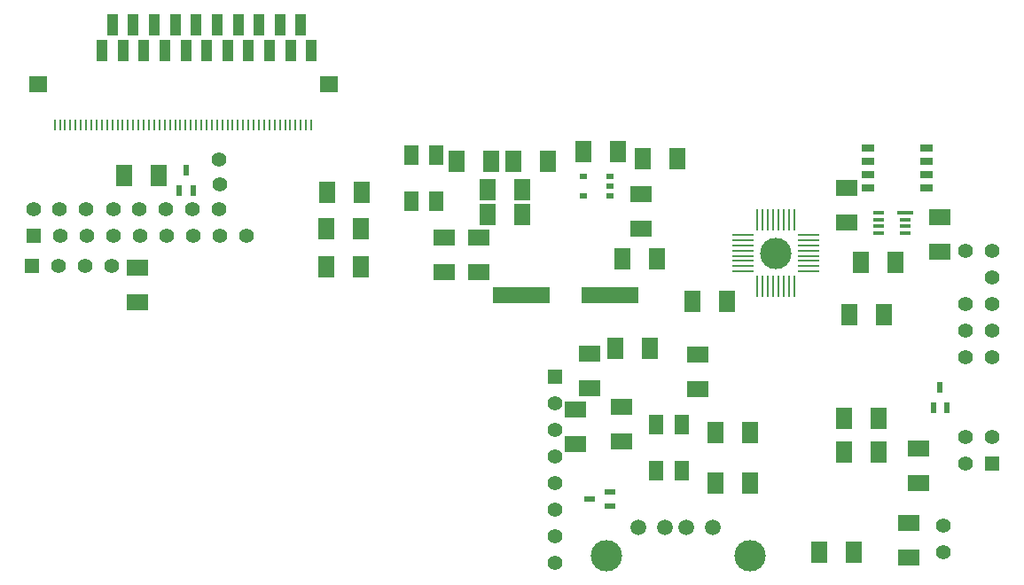
<source format=gts>
G04 (created by PCBNEW (2013-may-18)-stable) date Sat Feb 17 15:52:48 2018*
%MOIN*%
G04 Gerber Fmt 3.4, Leading zero omitted, Abs format*
%FSLAX34Y34*%
G01*
G70*
G90*
G04 APERTURE LIST*
%ADD10C,0.00590551*%
%ADD11R,0.216535X0.0590551*%
%ADD12R,0.0551181X0.0748031*%
%ADD13C,0.055*%
%ADD14R,0.0236X0.0394*%
%ADD15R,0.0394X0.0236*%
%ADD16R,0.03X0.02*%
%ADD17R,0.05X0.025*%
%ADD18R,0.06X0.08*%
%ADD19R,0.08X0.06*%
%ADD20R,0.055X0.055*%
%ADD21R,0.0590551X0.0137795*%
%ADD22R,0.0393701X0.0137795*%
%ADD23C,0.0591*%
%ADD24C,0.1181*%
%ADD25R,0.01X0.0787402*%
%ADD26R,0.0787402X0.01*%
%ADD27R,0.0106299X0.0440945*%
%ADD28R,0.00984252X0.0433071*%
%ADD29R,0.0669291X0.0590551*%
%ADD30R,0.0393701X0.0787402*%
G04 APERTURE END LIST*
G54D10*
G54D11*
X90610Y-53011D03*
X93956Y-53011D03*
G54D12*
X96633Y-59625D03*
X96633Y-57893D03*
X95688Y-57893D03*
X95688Y-59625D03*
X86476Y-47736D03*
X86476Y-49468D03*
X87421Y-49468D03*
X87421Y-47736D03*
G54D13*
X106476Y-62685D03*
X106476Y-61685D03*
G54D14*
X106614Y-57244D03*
X106102Y-57244D03*
X106358Y-56496D03*
X78267Y-49074D03*
X77755Y-49074D03*
X78011Y-48326D03*
G54D15*
X93936Y-60432D03*
X93936Y-60944D03*
X93188Y-60688D03*
G54D16*
X93944Y-49292D03*
X93944Y-48542D03*
X92944Y-49292D03*
X93944Y-48917D03*
X92944Y-48542D03*
G54D17*
X105844Y-48998D03*
X105844Y-48498D03*
X105844Y-47998D03*
X105844Y-47498D03*
X103644Y-47498D03*
X103644Y-47998D03*
X103644Y-48498D03*
X103644Y-48998D03*
G54D18*
X75688Y-48523D03*
X76988Y-48523D03*
G54D19*
X105177Y-61574D03*
X105177Y-62874D03*
X105531Y-58779D03*
X105531Y-60079D03*
X102854Y-48975D03*
X102854Y-50275D03*
X94389Y-58504D03*
X94389Y-57204D03*
X106358Y-51378D03*
X106358Y-50078D03*
G54D18*
X94133Y-55019D03*
X95433Y-55019D03*
X84567Y-50531D03*
X83267Y-50531D03*
G54D19*
X87696Y-50865D03*
X87696Y-52165D03*
G54D18*
X84567Y-51948D03*
X83267Y-51948D03*
G54D19*
X88996Y-50865D03*
X88996Y-52165D03*
G54D18*
X104055Y-58917D03*
X102755Y-58917D03*
X103110Y-62696D03*
X101810Y-62696D03*
X97912Y-58169D03*
X99212Y-58169D03*
X97912Y-60098D03*
X99212Y-60098D03*
X83306Y-49153D03*
X84606Y-49153D03*
X104055Y-57657D03*
X102755Y-57657D03*
G54D19*
X95098Y-50512D03*
X95098Y-49212D03*
G54D18*
X95709Y-51633D03*
X94409Y-51633D03*
G54D20*
X108314Y-59346D03*
G54D13*
X107314Y-59346D03*
X108314Y-58346D03*
X107314Y-58346D03*
X108314Y-55346D03*
X107314Y-55346D03*
X108314Y-54346D03*
X107314Y-54346D03*
X108314Y-53346D03*
X107314Y-53346D03*
X108314Y-52346D03*
X108314Y-51346D03*
X107314Y-51346D03*
G54D21*
X105039Y-49911D03*
G54D22*
X105039Y-50167D03*
X105039Y-50423D03*
X105039Y-50679D03*
X104055Y-50679D03*
X104055Y-50423D03*
X104055Y-50167D03*
X104055Y-49911D03*
G54D20*
X91870Y-56086D03*
G54D13*
X91870Y-57086D03*
X91870Y-58086D03*
X91870Y-59086D03*
X91870Y-60086D03*
X91870Y-61086D03*
X91870Y-62086D03*
X91870Y-63086D03*
G54D20*
X72200Y-51909D03*
G54D13*
X73200Y-51909D03*
X74200Y-51909D03*
X75200Y-51909D03*
G54D23*
X94997Y-61751D03*
X95997Y-61751D03*
X96797Y-61751D03*
X97797Y-61751D03*
G54D24*
X93797Y-62801D03*
X99197Y-62801D03*
G54D25*
X99685Y-50197D03*
X99882Y-50197D03*
X100079Y-50197D03*
X99488Y-50197D03*
G54D26*
X98937Y-50748D03*
X98937Y-50945D03*
X98937Y-51142D03*
X98937Y-51339D03*
X98937Y-51535D03*
X98937Y-51732D03*
X98937Y-51929D03*
X98937Y-52125D03*
G54D25*
X100866Y-52677D03*
X99488Y-52677D03*
X99685Y-52677D03*
X99882Y-52677D03*
X100079Y-52677D03*
X100275Y-52677D03*
X100472Y-52677D03*
X100669Y-52677D03*
G54D26*
X101417Y-52125D03*
X101417Y-51929D03*
X101417Y-51732D03*
X101417Y-51535D03*
X101417Y-51339D03*
X101417Y-51142D03*
X101417Y-50945D03*
X101417Y-50748D03*
G54D25*
X100866Y-50197D03*
X100669Y-50197D03*
X100472Y-50197D03*
X100275Y-50197D03*
G54D24*
X100177Y-51437D03*
G54D27*
X73065Y-46614D03*
X73262Y-46614D03*
X73458Y-46614D03*
G54D28*
X73655Y-46614D03*
X73852Y-46614D03*
X74049Y-46614D03*
X74246Y-46614D03*
X74443Y-46614D03*
X74640Y-46614D03*
X74836Y-46614D03*
X75033Y-46614D03*
X75230Y-46614D03*
X75427Y-46614D03*
X75624Y-46614D03*
X75821Y-46614D03*
X76017Y-46614D03*
X76214Y-46614D03*
X76411Y-46614D03*
X76608Y-46614D03*
X76805Y-46614D03*
X77002Y-46614D03*
X77199Y-46614D03*
X77395Y-46614D03*
X77592Y-46614D03*
X77789Y-46614D03*
X77986Y-46614D03*
X78183Y-46614D03*
X78380Y-46614D03*
X78577Y-46614D03*
X78773Y-46614D03*
G54D29*
X72425Y-45074D03*
X83362Y-45074D03*
G54D28*
X78970Y-46614D03*
X79167Y-46614D03*
X79364Y-46614D03*
X79561Y-46614D03*
X79758Y-46614D03*
X79954Y-46614D03*
X80151Y-46614D03*
X80348Y-46614D03*
X80545Y-46614D03*
X80742Y-46614D03*
X80939Y-46614D03*
X81136Y-46614D03*
X81332Y-46614D03*
X81529Y-46614D03*
X81726Y-46614D03*
X81923Y-46614D03*
X82120Y-46614D03*
X82317Y-46614D03*
X82514Y-46614D03*
X82710Y-46614D03*
G54D19*
X92637Y-57302D03*
X92637Y-58602D03*
X76181Y-53268D03*
X76181Y-51968D03*
G54D18*
X104252Y-53759D03*
X102952Y-53759D03*
X104665Y-51771D03*
X103365Y-51771D03*
X88188Y-47992D03*
X89488Y-47992D03*
X91594Y-47992D03*
X90294Y-47992D03*
X92952Y-47618D03*
X94252Y-47618D03*
X90650Y-49980D03*
X89350Y-49980D03*
X90650Y-49035D03*
X89350Y-49035D03*
G54D19*
X93169Y-55216D03*
X93169Y-56516D03*
G54D18*
X95176Y-47893D03*
X96476Y-47893D03*
G54D19*
X97244Y-56555D03*
X97244Y-55255D03*
G54D18*
X98346Y-53248D03*
X97046Y-53248D03*
G54D30*
X74842Y-43818D03*
X75236Y-42834D03*
X75629Y-43818D03*
X76023Y-42834D03*
X76417Y-43818D03*
X76811Y-42834D03*
X77204Y-43818D03*
X77598Y-42834D03*
X77992Y-43818D03*
X78385Y-42834D03*
X78779Y-43818D03*
X79173Y-42834D03*
X79566Y-43818D03*
X79960Y-42834D03*
X80354Y-43818D03*
X80748Y-42834D03*
X81141Y-43818D03*
X81535Y-42834D03*
X81929Y-43818D03*
X82322Y-42834D03*
X82716Y-43818D03*
G54D20*
X72266Y-50769D03*
G54D13*
X73266Y-50769D03*
X74266Y-50769D03*
X75266Y-50769D03*
X76266Y-50769D03*
X77266Y-50769D03*
X78266Y-50769D03*
X79266Y-50769D03*
X80266Y-50769D03*
X79256Y-49767D03*
X79266Y-48857D03*
X79256Y-47917D03*
X72266Y-49775D03*
X73226Y-49775D03*
X74236Y-49775D03*
X75266Y-49775D03*
X76256Y-49787D03*
X77256Y-49775D03*
X78246Y-49775D03*
M02*

</source>
